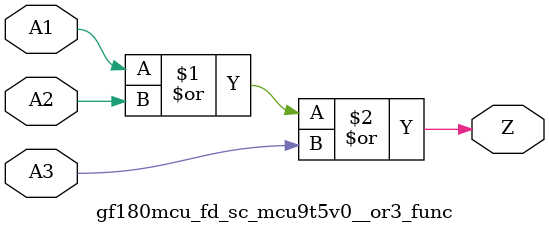
<source format=v>

`ifndef GF180MCU_FD_SC_MCU9T5V0__OR3_FUNC_V
`define GF180MCU_FD_SC_MCU9T5V0__OR3_FUNC_V

`ifdef USE_POWER_PINS
module gf180mcu_fd_sc_mcu9t5v0__or3_func( A1, A2, A3, Z, VDD, VSS );
inout VDD, VSS;
`else // If not USE_POWER_PINS
module gf180mcu_fd_sc_mcu9t5v0__or3_func( A1, A2, A3, Z );
`endif // If not USE_POWER_PINS
input A1, A2, A3;
output Z;

	or MGM_BG_0( Z, A1, A2, A3 );

endmodule
`endif // GF180MCU_FD_SC_MCU9T5V0__OR3_FUNC_V

</source>
